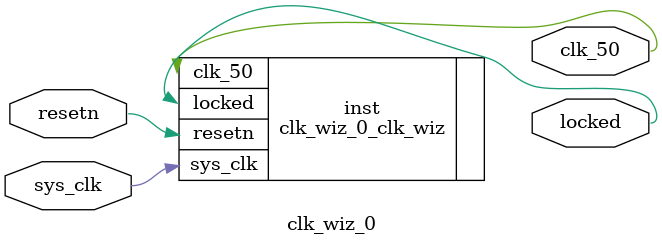
<source format=v>


`timescale 1ps/1ps

(* CORE_GENERATION_INFO = "clk_wiz_0,clk_wiz_v6_0_4_0_0,{component_name=clk_wiz_0,use_phase_alignment=true,use_min_o_jitter=false,use_max_i_jitter=false,use_dyn_phase_shift=false,use_inclk_switchover=false,use_dyn_reconfig=false,enable_axi=0,feedback_source=FDBK_AUTO,PRIMITIVE=MMCM,num_out_clk=1,clkin1_period=10.000,clkin2_period=10.000,use_power_down=false,use_reset=true,use_locked=true,use_inclk_stopped=false,feedback_type=SINGLE,CLOCK_MGR_TYPE=NA,manual_override=false}" *)

module clk_wiz_0 
 (
  // Clock out ports
  output        clk_50,
  // Status and control signals
  input         resetn,
  output        locked,
 // Clock in ports
  input         sys_clk
 );

  clk_wiz_0_clk_wiz inst
  (
  // Clock out ports  
  .clk_50(clk_50),
  // Status and control signals               
  .resetn(resetn), 
  .locked(locked),
 // Clock in ports
  .sys_clk(sys_clk)
  );

endmodule

</source>
